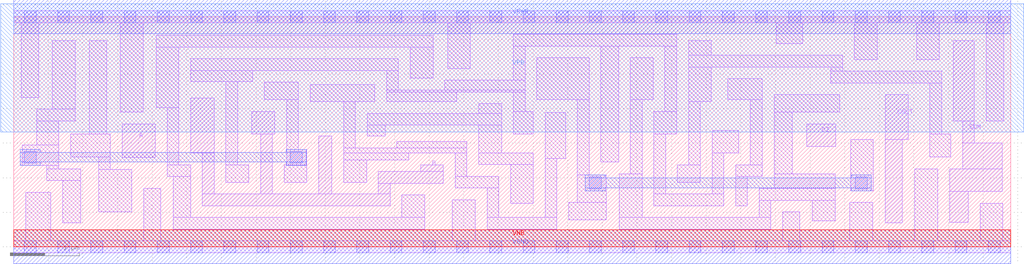
<source format=lef>
# Copyright 2020 The SkyWater PDK Authors
#
# Licensed under the Apache License, Version 2.0 (the "License");
# you may not use this file except in compliance with the License.
# You may obtain a copy of the License at
#
#     https://www.apache.org/licenses/LICENSE-2.0
#
# Unless required by applicable law or agreed to in writing, software
# distributed under the License is distributed on an "AS IS" BASIS,
# WITHOUT WARRANTIES OR CONDITIONS OF ANY KIND, either express or implied.
# See the License for the specific language governing permissions and
# limitations under the License.
#
# SPDX-License-Identifier: Apache-2.0

VERSION 5.7 ;
  NOWIREEXTENSIONATPIN ON ;
  DIVIDERCHAR "/" ;
  BUSBITCHARS "[]" ;
MACRO sky130_fd_sc_hs__fah_2
  CLASS CORE ;
  FOREIGN sky130_fd_sc_hs__fah_2 ;
  ORIGIN  0.000000  0.000000 ;
  SIZE  14.40000 BY  3.330000 ;
  SYMMETRY X Y ;
  SITE unit ;
  PIN A
    ANTENNAGATEAREA  0.492000 ;
    DIRECTION INPUT ;
    USE SIGNAL ;
    PORT
      LAYER li1 ;
        RECT 1.565000 1.290000 2.045000 1.780000 ;
    END
  END A
  PIN B
    ANTENNAGATEAREA  0.723000 ;
    DIRECTION INPUT ;
    USE SIGNAL ;
    PORT
      LAYER li1 ;
        RECT 2.555000 1.355000 2.895000 2.150000 ;
        RECT 2.725000 0.595000 5.435000 0.765000 ;
        RECT 2.725000 0.765000 2.895000 1.355000 ;
        RECT 3.440000 1.630000 3.770000 1.960000 ;
        RECT 3.565000 0.765000 3.735000 1.630000 ;
        RECT 4.405000 0.765000 4.595000 1.605000 ;
        RECT 5.265000 0.765000 5.435000 0.920000 ;
        RECT 5.265000 0.920000 6.205000 1.090000 ;
        RECT 5.875000 1.090000 6.205000 1.185000 ;
    END
  END B
  PIN CI
    ANTENNAGATEAREA  0.246000 ;
    DIRECTION INPUT ;
    USE SIGNAL ;
    PORT
      LAYER li1 ;
        RECT 11.450000 1.450000 11.875000 1.780000 ;
    END
  END CI
  PIN COUT
    ANTENNADIFFAREA  0.543200 ;
    DIRECTION OUTPUT ;
    USE SIGNAL ;
    PORT
      LAYER li1 ;
        RECT 12.585000 0.350000 12.835000 1.550000 ;
        RECT 12.585000 1.550000 12.920000 2.200000 ;
    END
  END COUT
  PIN SUM
    ANTENNADIFFAREA  0.561800 ;
    DIRECTION OUTPUT ;
    USE SIGNAL ;
    PORT
      LAYER li1 ;
        RECT 13.515000 0.355000 13.785000 0.800000 ;
        RECT 13.515000 0.800000 14.275000 1.130000 ;
        RECT 13.570000 1.820000 13.875000 2.980000 ;
        RECT 13.705000 1.130000 14.275000 1.505000 ;
        RECT 13.705000 1.505000 13.875000 1.820000 ;
    END
  END SUM
  PIN VGND
    DIRECTION INOUT ;
    USE GROUND ;
    PORT
      LAYER met1 ;
        RECT 0.000000 -0.245000 14.400000 0.245000 ;
    END
  END VGND
  PIN VNB
    DIRECTION INOUT ;
    USE GROUND ;
    PORT
      LAYER pwell ;
        RECT 0.000000 0.000000 14.400000 0.245000 ;
    END
  END VNB
  PIN VPB
    DIRECTION INOUT ;
    USE POWER ;
    PORT
      LAYER nwell ;
        RECT -0.190000 1.660000 14.590000 3.520000 ;
    END
  END VPB
  PIN VPWR
    DIRECTION INOUT ;
    USE POWER ;
    PORT
      LAYER met1 ;
        RECT 0.000000 3.085000 14.400000 3.575000 ;
    END
  END VPWR
  OBS
    LAYER li1 ;
      RECT  0.000000 -0.085000 14.400000 0.085000 ;
      RECT  0.000000  3.245000 14.400000 3.415000 ;
      RECT  0.105000  2.160000  0.360000 3.245000 ;
      RECT  0.125000  1.180000  0.650000 1.470000 ;
      RECT  0.170000  0.085000  0.535000 0.790000 ;
      RECT  0.335000  1.470000  0.650000 1.820000 ;
      RECT  0.335000  1.820000  0.885000 1.990000 ;
      RECT  0.480000  0.960000  0.965000 1.130000 ;
      RECT  0.480000  1.130000  0.650000 1.180000 ;
      RECT  0.555000  1.990000  0.885000 2.980000 ;
      RECT  0.705000  0.350000  0.965000 0.960000 ;
      RECT  0.820000  1.300000  1.395000 1.630000 ;
      RECT  1.090000  1.630000  1.340000 2.980000 ;
      RECT  1.225000  0.505000  1.705000 1.120000 ;
      RECT  1.225000  1.120000  1.395000 1.300000 ;
      RECT  1.540000  1.950000  1.870000 3.245000 ;
      RECT  1.875000  0.085000  2.125000 0.845000 ;
      RECT  2.055000  2.015000  2.385000 2.890000 ;
      RECT  2.055000  2.890000  6.055000 3.060000 ;
      RECT  2.215000  1.015000  2.555000 1.185000 ;
      RECT  2.215000  1.185000  2.385000 2.015000 ;
      RECT  2.305000  0.255000  5.935000 0.425000 ;
      RECT  2.305000  0.425000  2.555000 1.015000 ;
      RECT  2.555000  2.390000  3.450000 2.550000 ;
      RECT  2.555000  2.550000  5.555000 2.720000 ;
      RECT  3.065000  0.935000  3.395000 1.185000 ;
      RECT  3.065000  1.185000  3.235000 2.390000 ;
      RECT  3.620000  2.130000  4.110000 2.380000 ;
      RECT  3.905000  0.935000  4.235000 1.185000 ;
      RECT  3.940000  1.185000  4.235000 1.410000 ;
      RECT  3.940000  1.410000  4.110000 2.130000 ;
      RECT  4.280000  2.100000  5.215000 2.350000 ;
      RECT  4.765000  0.935000  5.095000 1.260000 ;
      RECT  4.765000  1.260000  5.705000 1.355000 ;
      RECT  4.765000  1.355000  6.545000 1.430000 ;
      RECT  4.765000  1.430000  4.935000 2.100000 ;
      RECT  5.105000  1.600000  5.365000 1.760000 ;
      RECT  5.105000  1.760000  7.045000 1.930000 ;
      RECT  5.385000  2.100000  6.395000 2.240000 ;
      RECT  5.385000  2.240000  7.385000 2.270000 ;
      RECT  5.385000  2.270000  5.555000 2.550000 ;
      RECT  5.535000  1.430000  6.545000 1.525000 ;
      RECT  5.605000  0.425000  5.935000 0.750000 ;
      RECT  5.725000  2.440000  6.055000 2.890000 ;
      RECT  6.225000  2.270000  7.385000 2.410000 ;
      RECT  6.265000  2.580000  6.595000 3.245000 ;
      RECT  6.335000  0.085000  6.665000 0.680000 ;
      RECT  6.375000  0.850000  7.005000 1.020000 ;
      RECT  6.375000  1.020000  6.545000 1.355000 ;
      RECT  6.715000  1.190000  7.505000 1.360000 ;
      RECT  6.715000  1.360000  7.045000 1.760000 ;
      RECT  6.715000  1.930000  7.045000 2.070000 ;
      RECT  6.835000  0.255000  7.845000 0.425000 ;
      RECT  6.835000  0.425000  7.005000 0.850000 ;
      RECT  7.175000  0.630000  7.505000 1.190000 ;
      RECT  7.215000  1.630000  7.505000 1.960000 ;
      RECT  7.215000  1.960000  7.385000 2.240000 ;
      RECT  7.215000  2.410000  7.385000 2.905000 ;
      RECT  7.215000  2.905000  9.575000 3.075000 ;
      RECT  7.555000  2.130000  8.310000 2.735000 ;
      RECT  7.675000  0.425000  7.845000 1.275000 ;
      RECT  7.675000  1.275000  7.970000 1.945000 ;
      RECT  8.015000  0.390000  8.555000 0.640000 ;
      RECT  8.140000  0.640000  8.555000 1.040000 ;
      RECT  8.140000  1.040000  8.310000 2.130000 ;
      RECT  8.480000  1.225000  8.735000 2.905000 ;
      RECT  8.745000  0.255000 10.935000 0.425000 ;
      RECT  8.745000  0.425000  9.075000 1.055000 ;
      RECT  8.905000  1.055000  9.075000 2.130000 ;
      RECT  8.905000  2.130000  9.235000 2.735000 ;
      RECT  9.245000  0.595000 10.255000 0.765000 ;
      RECT  9.245000  0.765000  9.415000 1.630000 ;
      RECT  9.245000  1.630000  9.575000 1.960000 ;
      RECT  9.405000  1.960000  9.575000 2.905000 ;
      RECT  9.585000  0.935000  9.915000 1.185000 ;
      RECT  9.745000  1.185000  9.915000 2.100000 ;
      RECT  9.745000  2.100000 10.075000 2.600000 ;
      RECT  9.745000  2.600000 11.970000 2.770000 ;
      RECT  9.745000  2.770000 10.075000 2.980000 ;
      RECT 10.085000  0.765000 10.255000 1.355000 ;
      RECT 10.085000  1.355000 10.470000 1.685000 ;
      RECT 10.310000  2.130000 10.810000 2.430000 ;
      RECT 10.425000  0.595000 10.595000 1.015000 ;
      RECT 10.425000  1.015000 10.810000 1.185000 ;
      RECT 10.640000  1.185000 10.810000 2.130000 ;
      RECT 10.765000  0.425000 10.935000 0.675000 ;
      RECT 10.765000  0.675000 11.865000 0.845000 ;
      RECT 10.980000  0.845000 11.865000 1.055000 ;
      RECT 10.980000  1.055000 11.240000 1.950000 ;
      RECT 10.980000  1.950000 11.930000 2.200000 ;
      RECT 11.015000  2.940000 11.395000 3.245000 ;
      RECT 11.105000  0.085000 11.355000 0.505000 ;
      RECT 11.535000  0.375000 11.865000 0.675000 ;
      RECT 11.800000  2.370000 13.400000 2.540000 ;
      RECT 11.800000  2.540000 11.970000 2.600000 ;
      RECT 12.075000  0.085000 12.405000 0.640000 ;
      RECT 12.085000  0.810000 12.415000 1.550000 ;
      RECT 12.140000  2.710000 12.470000 3.245000 ;
      RECT 13.015000  0.085000 13.345000 1.130000 ;
      RECT 13.040000  2.710000 13.370000 3.245000 ;
      RECT 13.230000  1.300000 13.535000 1.630000 ;
      RECT 13.230000  1.630000 13.400000 2.370000 ;
      RECT 13.955000  0.085000 14.285000 0.630000 ;
      RECT 14.045000  1.820000 14.295000 3.245000 ;
    LAYER mcon ;
      RECT  0.155000 -0.085000  0.325000 0.085000 ;
      RECT  0.155000  1.210000  0.325000 1.380000 ;
      RECT  0.155000  3.245000  0.325000 3.415000 ;
      RECT  0.635000 -0.085000  0.805000 0.085000 ;
      RECT  0.635000  3.245000  0.805000 3.415000 ;
      RECT  1.115000 -0.085000  1.285000 0.085000 ;
      RECT  1.115000  3.245000  1.285000 3.415000 ;
      RECT  1.595000 -0.085000  1.765000 0.085000 ;
      RECT  1.595000  3.245000  1.765000 3.415000 ;
      RECT  2.075000 -0.085000  2.245000 0.085000 ;
      RECT  2.075000  3.245000  2.245000 3.415000 ;
      RECT  2.555000 -0.085000  2.725000 0.085000 ;
      RECT  2.555000  3.245000  2.725000 3.415000 ;
      RECT  3.035000 -0.085000  3.205000 0.085000 ;
      RECT  3.035000  3.245000  3.205000 3.415000 ;
      RECT  3.515000 -0.085000  3.685000 0.085000 ;
      RECT  3.515000  3.245000  3.685000 3.415000 ;
      RECT  3.995000 -0.085000  4.165000 0.085000 ;
      RECT  3.995000  1.210000  4.165000 1.380000 ;
      RECT  3.995000  3.245000  4.165000 3.415000 ;
      RECT  4.475000 -0.085000  4.645000 0.085000 ;
      RECT  4.475000  3.245000  4.645000 3.415000 ;
      RECT  4.955000 -0.085000  5.125000 0.085000 ;
      RECT  4.955000  3.245000  5.125000 3.415000 ;
      RECT  5.435000 -0.085000  5.605000 0.085000 ;
      RECT  5.435000  3.245000  5.605000 3.415000 ;
      RECT  5.915000 -0.085000  6.085000 0.085000 ;
      RECT  5.915000  3.245000  6.085000 3.415000 ;
      RECT  6.395000 -0.085000  6.565000 0.085000 ;
      RECT  6.395000  3.245000  6.565000 3.415000 ;
      RECT  6.875000 -0.085000  7.045000 0.085000 ;
      RECT  6.875000  3.245000  7.045000 3.415000 ;
      RECT  7.355000 -0.085000  7.525000 0.085000 ;
      RECT  7.355000  3.245000  7.525000 3.415000 ;
      RECT  7.835000 -0.085000  8.005000 0.085000 ;
      RECT  7.835000  3.245000  8.005000 3.415000 ;
      RECT  8.315000 -0.085000  8.485000 0.085000 ;
      RECT  8.315000  0.840000  8.485000 1.010000 ;
      RECT  8.315000  3.245000  8.485000 3.415000 ;
      RECT  8.795000 -0.085000  8.965000 0.085000 ;
      RECT  8.795000  3.245000  8.965000 3.415000 ;
      RECT  9.275000 -0.085000  9.445000 0.085000 ;
      RECT  9.275000  3.245000  9.445000 3.415000 ;
      RECT  9.755000 -0.085000  9.925000 0.085000 ;
      RECT  9.755000  3.245000  9.925000 3.415000 ;
      RECT 10.235000 -0.085000 10.405000 0.085000 ;
      RECT 10.235000  3.245000 10.405000 3.415000 ;
      RECT 10.715000 -0.085000 10.885000 0.085000 ;
      RECT 10.715000  3.245000 10.885000 3.415000 ;
      RECT 11.195000 -0.085000 11.365000 0.085000 ;
      RECT 11.195000  3.245000 11.365000 3.415000 ;
      RECT 11.675000 -0.085000 11.845000 0.085000 ;
      RECT 11.675000  3.245000 11.845000 3.415000 ;
      RECT 12.155000 -0.085000 12.325000 0.085000 ;
      RECT 12.155000  0.840000 12.325000 1.010000 ;
      RECT 12.155000  3.245000 12.325000 3.415000 ;
      RECT 12.635000 -0.085000 12.805000 0.085000 ;
      RECT 12.635000  3.245000 12.805000 3.415000 ;
      RECT 13.115000 -0.085000 13.285000 0.085000 ;
      RECT 13.115000  3.245000 13.285000 3.415000 ;
      RECT 13.595000 -0.085000 13.765000 0.085000 ;
      RECT 13.595000  3.245000 13.765000 3.415000 ;
      RECT 14.075000 -0.085000 14.245000 0.085000 ;
      RECT 14.075000  3.245000 14.245000 3.415000 ;
    LAYER met1 ;
      RECT  0.095000 1.180000  0.385000 1.225000 ;
      RECT  0.095000 1.225000  4.225000 1.365000 ;
      RECT  0.095000 1.365000  0.385000 1.410000 ;
      RECT  3.935000 1.180000  4.225000 1.225000 ;
      RECT  3.935000 1.365000  4.225000 1.410000 ;
      RECT  8.255000 0.810000  8.545000 0.855000 ;
      RECT  8.255000 0.855000 12.385000 0.995000 ;
      RECT  8.255000 0.995000  8.545000 1.040000 ;
      RECT 12.095000 0.810000 12.385000 0.855000 ;
      RECT 12.095000 0.995000 12.385000 1.040000 ;
  END
END sky130_fd_sc_hs__fah_2
END LIBRARY

</source>
